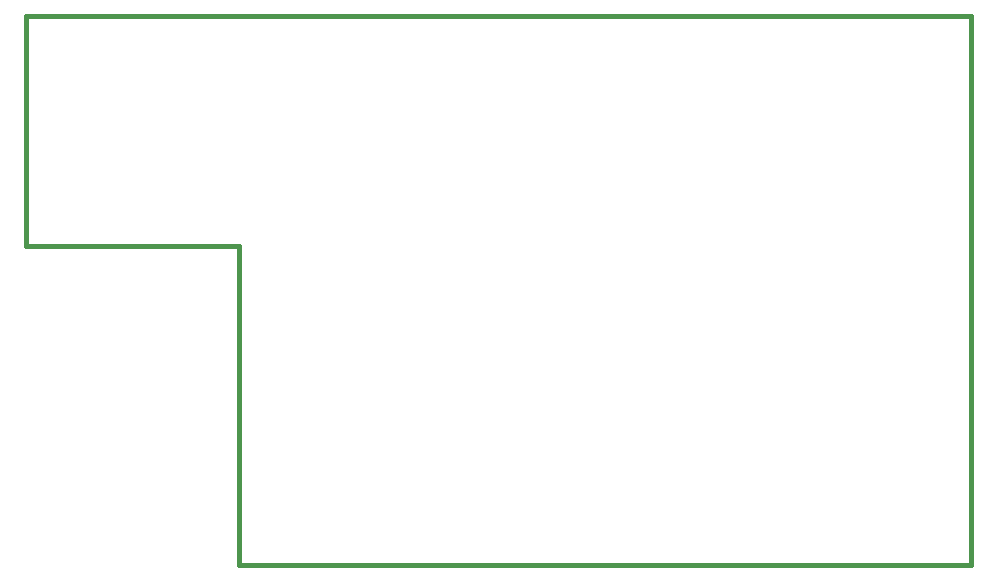
<source format=gbr>
G04 #@! TF.GenerationSoftware,KiCad,Pcbnew,(5.1.5)-3*
G04 #@! TF.CreationDate,2021-08-20T18:37:47-04:00*
G04 #@! TF.ProjectId,AudioAmp386,41756469-6f41-46d7-9033-38362e6b6963,rev?*
G04 #@! TF.SameCoordinates,Original*
G04 #@! TF.FileFunction,Profile,NP*
%FSLAX46Y46*%
G04 Gerber Fmt 4.6, Leading zero omitted, Abs format (unit mm)*
G04 Created by KiCad (PCBNEW (5.1.5)-3) date 2021-08-20 18:37:47*
%MOMM*%
%LPD*%
G04 APERTURE LIST*
%ADD10C,0.381000*%
G04 APERTURE END LIST*
D10*
X32405000Y-46113400D02*
X108405000Y-46113400D01*
X32405000Y-65613400D02*
X32405000Y-46113400D01*
X112405000Y-46113400D02*
X108405000Y-46113400D01*
X112405000Y-92613400D02*
X112405000Y-46113400D01*
X50405000Y-92613400D02*
X112405000Y-92613400D01*
X50405000Y-65613400D02*
X50405000Y-92613400D01*
X32405000Y-65613400D02*
X50405000Y-65613400D01*
M02*

</source>
